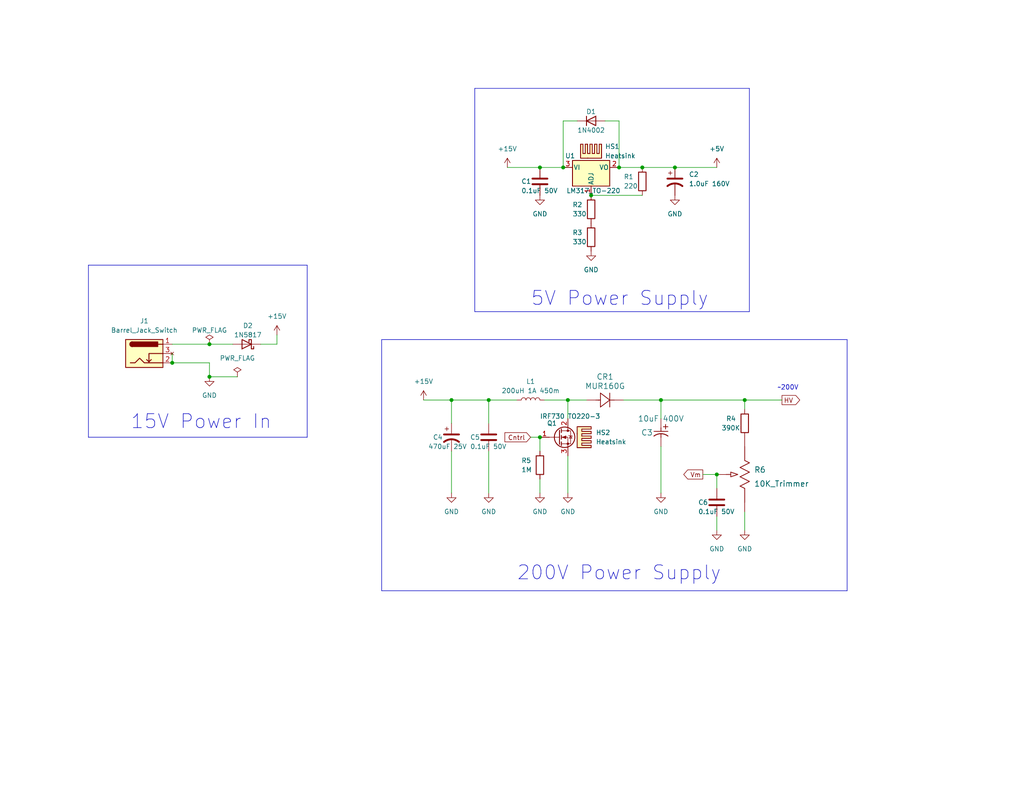
<source format=kicad_sch>
(kicad_sch (version 20230121) (generator eeschema)
  (paper "A")
  (title_block (title "Nixie 2.1 Power Supply") (date "2023-02-13") (rev "1.0") (company "James Gallagher"))
  (lib_symbols
    (symbol "Connector:Barrel_Jack_Switch" (pin_names hide)
      (property "Reference" "J" (at 0 5.334 0))
      (property "Value" "Barrel_Jack_Switch" (at 0 -5.08 0))
      (symbol "Barrel_Jack_Switch_0_1"
        (rectangle (start -5.08 3.81) (end 5.08 -3.81) (stroke (width 0.254)) (fill (type background)))
        (arc (start -3.302 3.175) (mid -3.9343 2.54) (end -3.302 1.905) (stroke (width 0.254)))
        (arc (start -3.302 3.175) (mid -3.9343 2.54) (end -3.302 1.905) (stroke (width 0.254)) (fill (type outline)))
        (polyline (pts (xy 1.27 -2.286) (xy 1.905 -1.651)) (stroke (width 0.254)))
        (polyline (pts (xy 5.08 2.54) (xy 3.81 2.54)) (stroke (width 0.254)))
        (polyline (pts (xy 5.08 0) (xy 1.27 0) (xy 1.27 -2.286) (xy 0.635 -1.651)) (stroke (width 0.254)))
        (polyline (pts (xy -3.81 -2.54) (xy -2.54 -2.54) (xy -1.27 -1.27) (xy 0 -2.54) (xy 2.54 -2.54) (xy 5.08 -2.54)) (stroke (width 0.254)))
        (rectangle (start 3.683 3.175) (end -3.302 1.905) (stroke (width 0.254)) (fill (type outline)))
      )
      (symbol "Barrel_Jack_Switch_1_1"
        (pin power_in line (at 7.62 2.54 180) (length 2.54) (name "~") (number "1"))
        (pin power_in line (at 7.62 -2.54 180) (length 2.54) (name "~") (number "2"))
        (pin no_connect line (at 7.62 0 180) (length 2.54) (name "~") (number "3"))
      )
    )
    (symbol "Device:C" (pin_numbers hide) (pin_names (offset 0.254))
      (property "Reference" "C" (at 0.635 2.54 0))
      (property "Value" "C" (at 0.635 -2.54 0))
      (symbol "C_0_1"
        (polyline (pts (xy -2.032 -0.762) (xy 2.032 -0.762)) (stroke (width 0.508)))
        (polyline (pts (xy -2.032 0.762) (xy 2.032 0.762)) (stroke (width 0.508)))
      )
      (symbol "C_1_1"
        (pin passive line (at 0 3.81 270) (length 2.794) (name "~") (number "1"))
        (pin passive line (at 0 -3.81 90) (length 2.794) (name "~") (number "2"))
      )
    )
    (symbol "Device:C_Polarized_US" (pin_numbers hide) (pin_names (offset 0.254) hide)
      (property "Reference" "C" (at 0.635 2.54 0))
      (property "Value" "C_Polarized_US" (at 0.635 -2.54 0))
      (symbol "C_Polarized_US_0_1"
        (polyline (pts (xy -2.032 0.762) (xy 2.032 0.762)) (stroke (width 0.508)))
        (polyline (pts (xy -1.778 2.286) (xy -0.762 2.286)))
        (polyline (pts (xy -1.27 1.778) (xy -1.27 2.794)))
        (arc (start 2.032 -1.27) (mid 0 -0.5572) (end -2.032 -1.27) (stroke (width 0.508)))
      )
      (symbol "C_Polarized_US_1_1"
        (pin passive line (at 0 3.81 270) (length 2.794) (name "~") (number "1"))
        (pin passive line (at 0 -3.81 90) (length 3.302) (name "~") (number "2"))
      )
    )
    (symbol "Device:D" (pin_numbers hide) (pin_names (offset 1.016) hide)
      (property "Reference" "D" (at 0 2.54 0))
      (property "Value" "D" (at 0 -2.54 0))
      (symbol "D_0_1"
        (polyline (pts (xy -1.27 1.27) (xy -1.27 -1.27)) (stroke (width 0.254)))
        (polyline (pts (xy 1.27 0) (xy -1.27 0)))
        (polyline (pts (xy 1.27 1.27) (xy 1.27 -1.27) (xy -1.27 0) (xy 1.27 1.27)) (stroke (width 0.254)))
      )
      (symbol "D_1_1"
        (pin passive line (at -3.81 0 0) (length 2.54) (name "K") (number "1"))
        (pin passive line (at 3.81 0 180) (length 2.54) (name "A") (number "2"))
      )
    )
    (symbol "Device:L" (pin_numbers hide) (pin_names (offset 1.016) hide)
      (property "Reference" "L" (at -1.27 0 90))
      (property "Value" "L" (at 1.905 0 90))
      (symbol "L_0_1"
        (arc (start 0 -2.54) (mid 0.6323 -1.905) (end 0 -1.27))
        (arc (start 0 -1.27) (mid 0.6323 -0.635) (end 0 0))
        (arc (start 0 0) (mid 0.6323 0.635) (end 0 1.27))
        (arc (start 0 1.27) (mid 0.6323 1.905) (end 0 2.54))
      )
      (symbol "L_1_1"
        (pin passive line (at 0 3.81 270) (length 1.27) (name "1") (number "1"))
        (pin passive line (at 0 -3.81 90) (length 1.27) (name "2") (number "2"))
      )
    )
    (symbol "Device:R" (pin_numbers hide) (pin_names (offset 0))
      (property "Reference" "R" (at 2.032 0 90))
      (property "Value" "R" (at 0 0 90))
      (symbol "R_0_1"
        (rectangle (start -1.016 -2.54) (end 1.016 2.54) (stroke (width 0.254)))
      )
      (symbol "R_1_1"
        (pin passive line (at 0 3.81 270) (length 1.27) (name "~") (number "1"))
        (pin passive line (at 0 -3.81 90) (length 1.27) (name "~") (number "2"))
      )
    )
    (symbol "Diode:1N5817" (pin_numbers hide) (pin_names (offset 1.016) hide)
      (property "Reference" "D" (at 0 2.54 0))
      (property "Value" "1N5817" (at 0 -2.54 0))
      (symbol "1N5817_0_1"
        (polyline (pts (xy 1.27 0) (xy -1.27 0)))
        (polyline (pts (xy 1.27 1.27) (xy 1.27 -1.27) (xy -1.27 0) (xy 1.27 1.27)) (stroke (width 0.254)))
        (polyline (pts (xy -1.905 0.635) (xy -1.905 1.27) (xy -1.27 1.27) (xy -1.27 -1.27) (xy -0.635 -1.27) (xy -0.635 -0.635)) (stroke (width 0.254)))
      )
      (symbol "1N5817_1_1"
        (pin passive line (at -3.81 0 0) (length 2.54) (name "K") (number "1"))
        (pin passive line (at 3.81 0 180) (length 2.54) (name "A") (number "2"))
      )
    )
    (symbol "Mechanical:Heatsink" (pin_names (offset 1.016))
      (property "Reference" "HS" (at 0 5.08 0))
      (property "Value" "Heatsink" (at 0 -1.27 0))
      (symbol "Heatsink_0_1"
        (polyline (pts (xy -0.3302 1.27) (xy -0.9652 1.27) (xy -0.9652 3.81) (xy -1.6002 3.81) (xy -1.6002 1.27) (xy -2.2352 1.27) (xy -2.2352 3.81) (xy -2.8702 3.81) (xy -2.8702 0) (xy -0.9652 0)) (stroke (width 0.254)) (fill (type background)))
        (polyline (pts (xy -0.3302 1.27) (xy -0.3302 3.81) (xy 0.3048 3.81) (xy 0.3048 1.27) (xy 0.9398 1.27) (xy 0.9398 3.81) (xy 1.5748 3.81) (xy 1.5748 1.27) (xy 2.2098 1.27) (xy 2.2098 3.81) (xy 2.8448 3.81) (xy 2.8448 0) (xy -0.9652 0)) (stroke (width 0.254)) (fill (type background)))
      )
    )
    (symbol "Regulator_Linear:LM317_TO-220" (pin_names (offset 0.254))
      (property "Reference" "U" (at -3.81 3.175 0))
      (property "Value" "LM317_TO-220" (at 0 3.175 0))
      (symbol "LM317_TO-220_0_1"
        (rectangle (start -5.08 1.905) (end 5.08 -5.08) (stroke (width 0.254)) (fill (type background)))
      )
      (symbol "LM317_TO-220_1_1"
        (pin input line (at 0 -7.62 90) (length 2.54) (name "ADJ") (number "1"))
        (pin power_out line (at 7.62 0 180) (length 2.54) (name "VO") (number "2"))
        (pin power_in line (at -7.62 0 0) (length 2.54) (name "VI") (number "3"))
      )
    )
    (symbol "nixie-tube-clock-2.1:10uF_400V_ESG106M400AH4AA" (pin_numbers hide) (pin_names (offset 1.651) hide)
      (property "Reference" "C" (at 3.81 3.81 0))
      (property "Value" "10uF_400V_ESG106M400AH4AA" (at 3.81 -7.62 0))
      (symbol "10uF_400V_ESG106M400AH4AA_1_1"
        (polyline (pts (xy 1.5748 1.27) (xy 2.8448 1.27)) (stroke (width 0.2032)))
        (polyline (pts (xy 2.2098 0.635) (xy 2.2098 1.905)) (stroke (width 0.2032)))
        (polyline (pts (xy 2.54 0) (xy 3.4798 0)) (stroke (width 0.2032)))
        (polyline (pts (xy 3.4798 -1.905) (xy 3.4798 1.905)) (stroke (width 0.2032)))
        (polyline (pts (xy 4.1148 0) (xy 5.08 0)) (stroke (width 0.2032)))
        (arc (start 4.7498 1.905) (mid 4.1148 0) (end 4.7498 -1.905) (stroke (width 0.254)))
        (pin passive line (at 0 0 0) (length 2.54) (name "1") (number "1"))
        (pin passive line (at 7.62 0 180) (length 2.54) (name "2") (number "2"))
      )
    )
    (symbol "nixie-tube-clock-2.1:Bournes_10K_Trimmer_PV36W103C01B00" (pin_numbers hide) (pin_names (offset -1.651) hide)
      (property "Reference" "R" (at 10.795 -3.175 0))
      (property "Value" "Bournes_10K_Trimmer_PV36W103C01B00" (at 10.795 -9.525 0))
      (symbol "Bournes_10K_Trimmer_PV36W103C01B00_1_1"
        (polyline (pts (xy 2.54 0) (xy 6.35 0)) (stroke (width 0.2032)))
        (polyline (pts (xy 6.35 0) (xy 6.985 1.27)) (stroke (width 0.2032)))
        (polyline (pts (xy 6.985 1.27) (xy 8.255 -1.27)) (stroke (width 0.2032)))
        (polyline (pts (xy 8.255 -1.27) (xy 9.525 1.27)) (stroke (width 0.2032)))
        (polyline (pts (xy 9.525 1.27) (xy 10.795 -1.27)) (stroke (width 0.2032)))
        (polyline (pts (xy 9.525 3.81) (xy 10.16 1.905)) (stroke (width 0.2032)))
        (polyline (pts (xy 9.525 3.81) (xy 10.795 3.81)) (stroke (width 0.2032)))
        (polyline (pts (xy 10.16 3.81) (xy 10.16 5.08)) (stroke (width 0.2032)))
        (polyline (pts (xy 10.795 -1.27) (xy 12.065 1.27)) (stroke (width 0.2032)))
        (polyline (pts (xy 10.795 3.81) (xy 10.16 1.905)) (stroke (width 0.2032)))
        (polyline (pts (xy 12.065 1.27) (xy 13.335 -1.27)) (stroke (width 0.2032)))
        (polyline (pts (xy 13.335 -1.27) (xy 13.97 0)) (stroke (width 0.2032)))
        (polyline (pts (xy 13.97 0) (xy 17.78 0)) (stroke (width 0.2032)))
        (pin passive line (at 0 0 0) (length 2.54) (name "1") (number "1"))
        (pin passive line (at 10.16 7.62 270) (length 2.54) (name "2") (number "2"))
        (pin passive line (at 20.32 0 180) (length 2.54) (name "3") (number "3"))
      )
    )
    (symbol "nixie-tube-clock-2.1:IRF730-TO-220-3" (pin_names hide)
      (property "Reference" "Q" (at 6.35 1.905 0))
      (property "Value" "IRF730-TO-220-3" (at 6.35 0 0))
      (symbol "IRF730-TO-220-3_0_1"
        (polyline (pts (xy 0.254 0) (xy -2.54 0)))
        (polyline (pts (xy 0.254 1.905) (xy 0.254 -1.905)) (stroke (width 0.254)))
        (polyline (pts (xy 0.762 -1.27) (xy 0.762 -2.286)) (stroke (width 0.254)))
        (polyline (pts (xy 0.762 0.508) (xy 0.762 -0.508)) (stroke (width 0.254)))
        (polyline (pts (xy 0.762 2.286) (xy 0.762 1.27)) (stroke (width 0.254)))
        (polyline (pts (xy 2.54 2.54) (xy 2.54 1.778)))
        (polyline (pts (xy 2.54 -2.54) (xy 2.54 0) (xy 0.762 0)))
        (polyline (pts (xy 0.762 -1.778) (xy 3.302 -1.778) (xy 3.302 1.778) (xy 0.762 1.778)))
        (polyline (pts (xy 1.016 0) (xy 2.032 0.381) (xy 2.032 -0.381) (xy 1.016 0)) (fill (type outline)))
        (polyline (pts (xy 2.794 0.508) (xy 2.921 0.381) (xy 3.683 0.381) (xy 3.81 0.254)))
        (polyline (pts (xy 3.302 0.381) (xy 2.921 -0.254) (xy 3.683 -0.254) (xy 3.302 0.381)))
        (circle (center 1.651 0) (radius 2.794) (stroke (width 0.254)))
        (circle (center 2.54 -1.778) (radius 0.254) (fill (type outline)))
        (circle (center 2.54 1.778) (radius 0.254) (fill (type outline)))
      )
      (symbol "IRF730-TO-220-3_1_1"
        (pin input line (at -5.08 0 0) (length 2.54) (name "G") (number "1"))
        (pin passive line (at 2.54 5.08 270) (length 2.54) (name "D") (number "2"))
        (pin passive line (at 2.54 -5.08 90) (length 2.54) (name "S") (number "3"))
      )
    )
    (symbol "nixie-tube-clock-2.1:MUR160G" (pin_numbers hide) (pin_names (offset -1.651) hide)
      (property "Reference" "CR" (at 5.08 4.445 0))
      (property "Value" "MUR160G" (at 5.08 -7.62 0))
      (symbol "MUR160G_1_1"
        (polyline (pts (xy 2.54 0) (xy 3.4798 0)) (stroke (width 0.2032)))
        (polyline (pts (xy 3.175 0) (xy 3.81 0)) (stroke (width 0.2032)))
        (polyline (pts (xy 3.81 -1.905) (xy 6.35 0)) (stroke (width 0.2032)))
        (polyline (pts (xy 3.81 1.905) (xy 3.81 -1.905)) (stroke (width 0.2032)))
        (polyline (pts (xy 6.35 -1.905) (xy 6.35 1.905)) (stroke (width 0.2032)))
        (polyline (pts (xy 6.35 0) (xy 3.81 1.905)) (stroke (width 0.2032)))
        (polyline (pts (xy 6.35 0) (xy 7.62 0)) (stroke (width 0.2032)))
        (pin passive line (at 10.16 0 180) (length 2.54) (name "1") (number "1"))
        (pin passive line (at 0 0 0) (length 2.54) (name "2") (number "2"))
      )
    )
    (symbol "power:+15V" (power) (pin_names (offset 0))
      (property "Value" "+15V" (at 0 3.556 0))
      (symbol "+15V_0_1"
        (polyline (pts (xy -0.762 1.27) (xy 0 2.54)))
        (polyline (pts (xy 0 0) (xy 0 2.54)))
        (polyline (pts (xy 0 2.54) (xy 0.762 1.27)))
      )
      (symbol "+15V_1_1"
        (pin power_in line (at 0 0 90) (length 0) hide (name "+15V") (number "1"))
      )
    )
    (symbol "power:+5V" (power) (pin_names (offset 0))
      (property "Value" "+5V" (at 0 3.556 0))
      (symbol "+5V_0_1"
        (polyline (pts (xy -0.762 1.27) (xy 0 2.54)))
        (polyline (pts (xy 0 0) (xy 0 2.54)))
        (polyline (pts (xy 0 2.54) (xy 0.762 1.27)))
      )
      (symbol "+5V_1_1"
        (pin power_in line (at 0 0 90) (length 0) hide (name "+5V") (number "1"))
      )
    )
    (symbol "power:GND" (power) (pin_names (offset 0))
      (property "Value" "GND" (at 0 -3.81 0))
      (symbol "GND_0_1"
        (polyline (pts (xy 0 0) (xy 0 -1.27) (xy 1.27 -1.27) (xy 0 -2.54) (xy -1.27 -1.27) (xy 0 -1.27)))
      )
      (symbol "GND_1_1"
        (pin power_in line (at 0 0 270) (length 0) hide (name "GND") (number "1"))
      )
    )
    (symbol "power:PWR_FLAG" (power) (pin_numbers hide) (pin_names (offset 0) hide)
      (property "Value" "PWR_FLAG" (at 0 3.81 0))
      (symbol "PWR_FLAG_0_0"
        (pin power_out line (at 0 0 90) (length 0) (name "pwr") (number "1"))
      )
      (symbol "PWR_FLAG_0_1"
        (polyline (pts (xy 0 0) (xy 0 1.27) (xy -1.016 1.905) (xy 0 2.54) (xy 1.016 1.905) (xy 0 1.27)))
      )
    )
  )
  (junction (at 180.34 109.22))
  (junction (at 161.29 53.34))
  (junction (at 46.99 99.06))
  (junction (at 147.32 45.72))
  (junction (at 123.19 109.22))
  (junction (at 203.2 109.22))
  (junction (at 57.15 93.98))
  (junction (at 184.15 45.72))
  (junction (at 57.15 102.87))
  (junction (at 154.94 109.22))
  (junction (at 133.35 109.22))
  (junction (at 147.32 119.38))
  (junction (at 153.67 45.72))
  (junction (at 168.91 45.72))
  (junction (at 175.26 45.72))
  (junction (at 195.58 129.54))
  (wire (pts (xy 133.35 123.19) (xy 133.35 134.62)))
  (wire (pts (xy 165.1 33.02) (xy 168.91 33.02)))
  (polyline (pts (xy 129.54 24.13) (xy 129.54 85.09)))
  (wire (pts (xy 115.57 109.22) (xy 123.19 109.22)))
  (polyline (pts (xy 204.47 85.09) (xy 129.54 85.09)))
  (polyline (pts (xy 24.13 72.39) (xy 24.13 119.38)))
  (wire (pts (xy 154.94 109.22) (xy 160.02 109.22)))
  (wire (pts (xy 147.32 119.38) (xy 147.32 123.19)))
  (wire (pts (xy 180.34 109.22) (xy 180.34 114.3)))
  (wire (pts (xy 123.19 109.22) (xy 133.35 109.22)))
  (wire (pts (xy 57.15 102.87) (xy 64.77 102.87)))
  (wire (pts (xy 144.78 119.38) (xy 147.32 119.38)))
  (wire (pts (xy 180.34 121.92) (xy 180.34 134.62)))
  (wire (pts (xy 57.15 93.98) (xy 63.5 93.98)))
  (wire (pts (xy 75.565 91.44) (xy 75.565 93.98)))
  (wire (pts (xy 153.67 45.72) (xy 154.94 45.72)))
  (wire (pts (xy 195.58 129.54) (xy 195.58 133.35)))
  (wire (pts (xy 148.59 109.22) (xy 154.94 109.22)))
  (wire (pts (xy 138.43 45.72) (xy 147.32 45.72)))
  (wire (pts (xy 147.32 45.72) (xy 153.67 45.72)))
  (wire (pts (xy 123.19 109.22) (xy 123.19 115.57)))
  (polyline (pts (xy 104.14 92.71) (xy 104.14 161.29)))
  (wire (pts (xy 46.99 99.06) (xy 57.15 99.06)))
  (wire (pts (xy 175.26 45.72) (xy 184.15 45.72)))
  (wire (pts (xy 154.94 124.46) (xy 154.94 134.62)))
  (polyline (pts (xy 204.47 24.13) (xy 204.47 85.09)))
  (wire (pts (xy 170.18 109.22) (xy 180.34 109.22)))
  (wire (pts (xy 184.15 45.72) (xy 195.58 45.72)))
  (wire (pts (xy 195.58 140.97) (xy 195.58 144.78)))
  (wire (pts (xy 191.77 129.54) (xy 195.58 129.54)))
  (wire (pts (xy 168.91 33.02) (xy 168.91 45.72)))
  (wire (pts (xy 133.35 109.22) (xy 133.35 115.57)))
  (polyline (pts (xy 231.14 161.29) (xy 104.14 161.29)))
  (wire (pts (xy 203.2 109.22) (xy 213.36 109.22)))
  (wire (pts (xy 180.34 109.22) (xy 203.2 109.22)))
  (wire (pts (xy 71.12 93.98) (xy 75.565 93.98)))
  (wire (pts (xy 123.19 123.19) (xy 123.19 134.62)))
  (wire (pts (xy 46.99 96.52) (xy 46.99 99.06)))
  (wire (pts (xy 161.29 53.34) (xy 175.26 53.34)))
  (wire (pts (xy 203.2 139.7) (xy 203.2 144.78)))
  (wire (pts (xy 57.15 99.06) (xy 57.15 102.87)))
  (polyline (pts (xy 24.13 72.39) (xy 83.82 72.39)))
  (wire (pts (xy 153.67 45.72) (xy 153.67 33.02)))
  (wire (pts (xy 168.91 45.72) (xy 175.26 45.72)))
  (polyline (pts (xy 231.14 92.71) (xy 231.14 161.29)))
  (wire (pts (xy 147.32 130.81) (xy 147.32 134.62)))
  (wire (pts (xy 46.99 93.98) (xy 57.15 93.98)))
  (polyline (pts (xy 104.14 92.71) (xy 231.14 92.71)))
  (polyline (pts (xy 129.54 24.13) (xy 204.47 24.13)))
  (wire (pts (xy 154.94 109.22) (xy 154.94 114.3)))
  (wire (pts (xy 133.35 109.22) (xy 140.97 109.22)))
  (wire (pts (xy 203.2 109.22) (xy 203.2 111.76)))
  (polyline (pts (xy 83.82 119.38) (xy 24.13 119.38)))
  (wire (pts (xy 153.67 33.02) (xy 157.48 33.02)))
  (rectangle (start 83.82 72.39) (end 83.82 119.38))
  (text "5V Power Supply " (at 144.78 83.82 0) (effects (font (size 3.81 3.81)) (justify left bottom)))
  (text "~200V" (at 212.09 106.68 0) (effects (font (size 1.27 1.27)) (justify left bottom)))
  (text "200V Power Supply\n" (at 140.97 158.75 0) (effects (font (size 3.81 3.81)) (justify left bottom)))
  (text "15V Power In" (at 35.56 117.475 0) (effects (font (size 3.81 3.81)) (justify left bottom)))
  (global_label "Vm" (shape output) (at 191.77 129.54 180) (property "Intersheetrefs" "${INTERSHEET_REFS}" (effects hide)))
  (global_label "Cntrl" (shape input) (at 144.78 119.38 180) (property "Intersheetrefs" "${INTERSHEET_REFS}" (effects hide)))
  (global_label "HV" (shape output) (at 213.36 109.22 0) (property "Intersheetrefs" "${INTERSHEET_REFS}" (effects hide)))
  (symbol (lib_id "Device:R") (at 161.29 57.15 0) (unit 1)
    (property "Reference" "R2" (at 156.21 55.88 0) (effects (justify left)))
    (property "Value" "330" (at 156.21 58.42 0) (effects (justify left)))
    (property "Footprint" "Resistor_THT:R_Axial_DIN0207_L6.3mm_D2.5mm_P7.62mm_Horizontal" (effects hide))
  )
  (symbol (lib_id "power:GND") (at 123.19 134.62 0) (unit 1)
    (property "Reference" "#PWR015" (effects hide))
    (property "Value" "GND" (at 123.19 139.7 0))
  )
  (symbol (lib_id "nixie-tube-clock-2.1:IRF730-TO-220-3") (at 152.4 119.38 0) (unit 1)
    (property "Reference" "Q1" (at 149.225 115.57 0) (effects (justify left)))
    (property "Value" "IRF730 TO220-3" (at 147.32 113.665 0) (effects (justify left)))
    (property "Footprint" "Package_TO_SOT_THT:TO-220-3_Vertical" (effects hide))
    (property "Datasheet" "https://media.digikey.com/pdf/Data%20Sheets/Fairchild%20PDFs/BUZ11.pdf" (effects hide))
  )
  (symbol (lib_id "power:PWR_FLAG") (at 57.15 93.98 0) (unit 1)
    (property "Reference" "#FLG01" (effects hide))
    (property "Value" "PWR_FLAG" (at 57.15 90.17 0))
  )
  (symbol (lib_id "power:GND") (at 147.32 53.34 0) (unit 1)
    (property "Reference" "#PWR03" (effects hide))
    (property "Value" "GND" (at 147.32 58.42 0))
  )
  (symbol (lib_id "power:+5V") (at 195.58 45.72 0) (unit 1)
    (property "Reference" "#PWR02" (effects hide))
    (property "Value" "+5V" (at 195.58 40.64 0))
  )
  (symbol (lib_id "Device:R") (at 147.32 127 0) (unit 1)
    (property "Reference" "R5" (at 142.24 125.73 0) (effects (justify left)))
    (property "Value" "1M" (at 142.24 128.27 0) (effects (justify left)))
    (property "Footprint" "Resistor_THT:R_Axial_DIN0207_L6.3mm_D2.5mm_P7.62mm_Horizontal" (effects hide))
  )
  (symbol (lib_id "Device:C_Polarized_US") (at 123.19 119.38 0) (unit 1)
    (property "Reference" "C4" (at 118.11 119.38 0) (effects (justify left)))
    (property "Value" "470uF 25V" (at 116.84 121.92 0) (effects (justify left)))
    (property "Footprint" "Capacitor_THT:CP_Radial_D10.0mm_P5.00mm" (effects hide))
  )
  (symbol (lib_id "power:+15V") (at 138.43 45.72 0) (unit 1)
    (property "Reference" "#PWR01" (effects hide))
    (property "Value" "+15V" (at 138.43 40.64 0))
  )
  (symbol (lib_id "Device:R") (at 203.2 115.57 0) (unit 1)
    (property "Reference" "R4" (at 198.12 114.3 0) (effects (justify left)))
    (property "Value" "390K" (at 196.85 116.84 0) (effects (justify left)))
    (property "Footprint" "Resistor_THT:R_Axial_DIN0207_L6.3mm_D2.5mm_P7.62mm_Horizontal" (effects hide))
  )
  (symbol (lib_id "power:PWR_FLAG") (at 64.77 102.87 0) (unit 1)
    (property "Reference" "#FLG02" (effects hide))
    (property "Value" "PWR_FLAG" (at 64.77 97.79 0))
  )
  (symbol (lib_id "power:+15V") (at 75.565 91.44 0) (unit 1)
    (property "Reference" "#PWR012" (effects hide))
    (property "Value" "+15V" (at 75.565 86.36 0))
  )
  (symbol (lib_id "Mechanical:Heatsink") (at 157.48 119.38 270) (unit 1)
    (property "Reference" "HS2" (at 162.56 118.0972 90) (effects (justify left)))
    (property "Value" "Heatsink" (at 162.56 120.6372 90) (effects (justify left)))
    (property "Footprint" "nixie-2.1-footprints:AVVID-577202B-00000G" (effects hide))
  )
  (symbol (lib_id "Mechanical:Heatsink") (at 161.29 43.18 0) (unit 1)
    (property "Reference" "HS1" (at 165.1 40.0049 0) (effects (justify left)))
    (property "Value" "Heatsink" (at 165.1 42.5449 0) (effects (justify left)))
    (property "Footprint" "nixie-2.1-footprints:AVVID-577202B-00000G" (effects hide))
  )
  (symbol (lib_id "nixie-tube-clock-2.1:MUR160G") (at 160.02 109.22 0) (unit 1)
    (property "Reference" "CR1" (at 165.1 102.87 0) (effects (font (size 1.524 1.524))))
    (property "Value" "MUR160G" (at 165.1 105.41 0) (effects (font (size 1.524 1.524))))
    (property "Footprint" "nixie-2.1-footprints:MUR160G" (effects hide))
  )
  (symbol (lib_id "Device:C_Polarized_US") (at 184.15 49.53 0) (unit 1)
    (property "Reference" "C2" (at 187.96 47.6249 0) (effects (justify left)))
    (property "Value" "1.0uF 160V" (at 187.96 50.1649 0) (effects (justify left)))
    (property "Footprint" "nixie-2.1-footprints:1.0uF_160V_CAPPRD200W50D525H1250" (effects hide))
  )
  (symbol (lib_id "power:GND") (at 180.34 134.62 0) (unit 1)
    (property "Reference" "#PWR019" (effects hide))
    (property "Value" "GND" (at 180.34 139.7 0))
  )
  (symbol (lib_id "Device:L") (at 144.78 109.22 90) (unit 1)
    (property "Reference" "L1" (at 144.78 104.14 90))
    (property "Value" "200uH 1A 450m" (at 144.78 106.68 90))
    (property "Footprint" "Inductor_THT:L_Radial_D7.8mm_P5.00mm_Fastron_07HCP" (effects hide))
  )
  (symbol (lib_id "Device:R") (at 161.29 64.77 0) (unit 1)
    (property "Reference" "R3" (at 156.21 63.5 0) (effects (justify left)))
    (property "Value" "330" (at 156.21 66.04 0) (effects (justify left)))
    (property "Footprint" "Resistor_THT:R_Axial_DIN0207_L6.3mm_D2.5mm_P7.62mm_Horizontal" (effects hide))
  )
  (symbol (lib_id "nixie-tube-clock-2.1:10uF_400V_ESG106M400AH4AA") (at 180.34 114.3 270) (unit 1)
    (property "Reference" "C3" (at 176.53 118.11 90) (effects (font (size 1.524 1.524))))
    (property "Value" "10uF 400V" (at 180.34 114.3 90) (effects (font (size 1.524 1.524))))
    (property "Footprint" "nixie-2.1-footprints:ESG475M400AH2AA" (effects hide))
  )
  (symbol (lib_id "power:GND") (at 195.58 144.78 0) (unit 1)
    (property "Reference" "#PWR020" (effects hide))
    (property "Value" "GND" (at 195.58 149.86 0))
  )
  (symbol (lib_id "power:GND") (at 133.35 134.62 0) (unit 1)
    (property "Reference" "#PWR016" (effects hide))
    (property "Value" "GND" (at 133.35 139.7 0))
  )
  (symbol (lib_id "power:GND") (at 57.15 102.87 0) (unit 1)
    (property "Reference" "#PWR013" (effects hide))
    (property "Value" "GND" (at 57.15 107.95 0))
  )
  (symbol (lib_id "Diode:1N5817") (at 67.31 93.98 180) (unit 1)
    (property "Reference" "D2" (at 67.6275 88.9 0))
    (property "Value" "1N5817" (at 67.6275 91.44 0))
    (property "Footprint" "Diode_THT:D_DO-41_SOD81_P10.16mm_Horizontal" (effects hide))
    (property "Datasheet" "http://www.vishay.com/docs/88525/1n5817.pdf" (effects hide))
  )
  (symbol (lib_id "power:GND") (at 184.15 53.34 0) (unit 1)
    (property "Reference" "#PWR04" (effects hide))
    (property "Value" "GND" (at 184.15 58.42 0))
  )
  (symbol (lib_id "nixie-tube-clock-2.1:Bournes_10K_Trimmer_PV36W103C01B00") (at 203.2 139.7 90) (unit 1)
    (property "Reference" "R6" (at 205.74 128.27 90) (effects (font (size 1.524 1.524)) (justify right)))
    (property "Value" "10K_Trimmer" (at 205.74 132.08 90) (effects (font (size 1.524 1.524)) (justify right)))
    (property "Footprint" "nixie-2.1-footprints:PV36W103C01B00" (effects hide))
  )
  (symbol (lib_id "power:GND") (at 161.29 68.58 0) (unit 1)
    (property "Reference" "#PWR011" (effects hide))
    (property "Value" "GND" (at 161.29 73.66 0))
  )
  (symbol (lib_id "power:GND") (at 147.32 134.62 0) (unit 1)
    (property "Reference" "#PWR017" (effects hide))
    (property "Value" "GND" (at 147.32 139.7 0))
  )
  (symbol (lib_id "power:GND") (at 203.2 144.78 0) (unit 1)
    (property "Reference" "#PWR021" (effects hide))
    (property "Value" "GND" (at 203.2 149.86 0))
  )
  (symbol (lib_id "power:+15V") (at 115.57 109.22 0) (unit 1)
    (property "Reference" "#PWR014" (effects hide))
    (property "Value" "+15V" (at 115.57 104.14 0))
  )
  (symbol (lib_id "Device:C") (at 195.58 137.16 0) (unit 1)
    (property "Reference" "C6" (at 190.5 137.16 0) (effects (justify left)))
    (property "Value" "0.1uF 50V" (at 190.5 139.7 0) (effects (justify left)))
    (property "Footprint" "Capacitor_THT:C_Disc_D5.0mm_W2.5mm_P5.00mm" (effects hide))
  )
  (symbol (lib_id "Device:D") (at 161.29 33.02 0) (unit 1)
    (property "Reference" "D1" (at 161.29 30.48 0))
    (property "Value" "1N4002" (at 161.29 35.56 0))
    (property "Footprint" "Diode_THT:D_A-405_P7.62mm_Horizontal" (effects hide))
  )
  (symbol (lib_id "Device:R") (at 175.26 49.53 0) (unit 1)
    (property "Reference" "R1" (at 170.18 48.26 0) (effects (justify left)))
    (property "Value" "220" (at 170.18 50.8 0) (effects (justify left)))
    (property "Footprint" "Resistor_THT:R_Axial_DIN0207_L6.3mm_D2.5mm_P7.62mm_Horizontal" (effects hide))
  )
  (symbol (lib_id "Connector:Barrel_Jack_Switch") (at 39.37 96.52 0) (unit 1)
    (property "Reference" "J1" (at 39.37 87.63 0))
    (property "Value" "Barrel_Jack_Switch" (at 39.37 90.17 0))
    (property "Footprint" "nixie-2.1-footprints:BarrelJack_Horizontal" (effects hide))
  )
  (symbol (lib_id "Device:C") (at 147.32 49.53 0) (unit 1)
    (property "Reference" "C1" (at 142.24 49.53 0) (effects (justify left)))
    (property "Value" "0.1uF 50V" (at 142.24 52.07 0) (effects (justify left)))
    (property "Footprint" "Capacitor_THT:C_Disc_D5.0mm_W2.5mm_P5.00mm" (effects hide))
  )
  (symbol (lib_id "Device:C") (at 133.35 119.38 0) (unit 1)
    (property "Reference" "C5" (at 128.27 119.38 0) (effects (justify left)))
    (property "Value" "0.1uF 50V" (at 128.27 121.92 0) (effects (justify left)))
    (property "Footprint" "Capacitor_THT:C_Disc_D5.0mm_W2.5mm_P5.00mm" (effects hide))
  )
  (symbol (lib_id "Regulator_Linear:LM317_TO-220") (at 161.29 45.72 0) (unit 1)
    (property "Reference" "U1" (at 155.575 42.545 0))
    (property "Value" "LM317_TO-220" (at 161.925 52.07 0))
    (property "Footprint" "Package_TO_SOT_THT:TO-220-3_Vertical" (effects hide))
    (property "Datasheet" "http://www.ti.com/lit/ds/symlink/lm317.pdf" (effects hide))
  )
  (symbol (lib_id "power:GND") (at 154.94 134.62 0) (unit 1)
    (property "Reference" "#PWR018" (effects hide))
    (property "Value" "GND" (at 154.94 139.7 0))
  )
)
</source>
